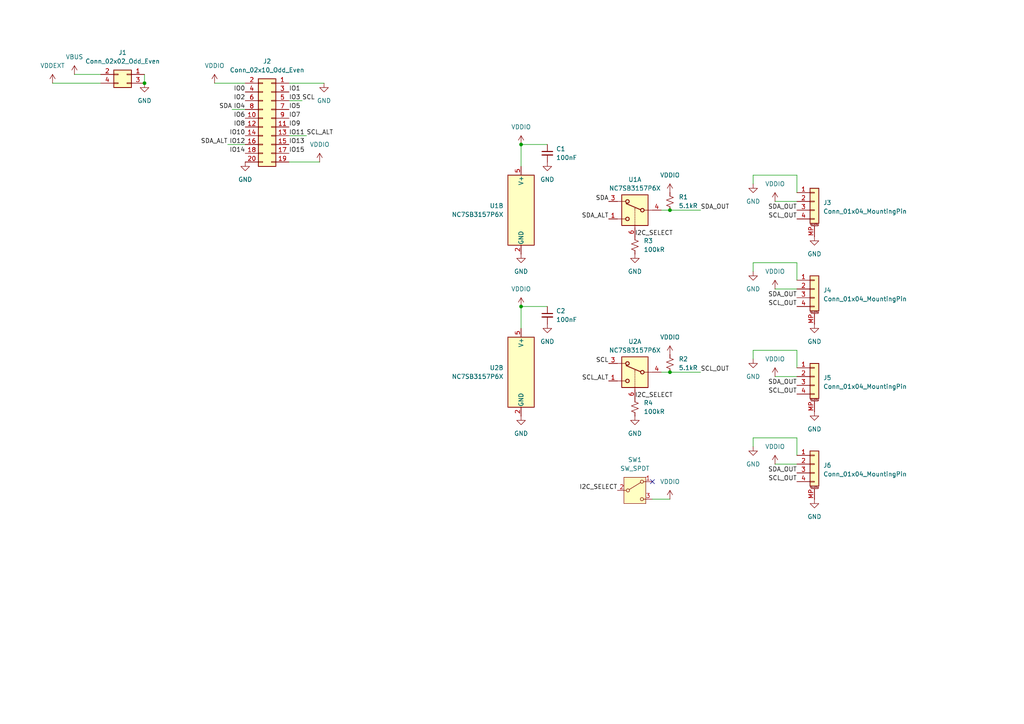
<source format=kicad_sch>
(kicad_sch (version 20241209) (generator "eeschema") (generator_version "8.99")
  (paper "A4")
  (lib_symbols
    (symbol "Analog_Switch:NC7SB3157P6X" (pin_names (offset 0.127))
      (property "Reference" "U" (at -3.175 7.239 0))
      (property "Value" "NC7SB3157P6X" (at -3.175 5.461 0))
      (symbol "NC7SB3157P6X_1_1"
        (polyline (pts (xy -5.08 0) (xy -2.794 0)))
        (rectangle (start -3.81 4.445) (end 3.81 -4.445) (stroke (width 0.254)) (fill (type background)))
        (circle (center -2.159 0) (radius 0.508) (stroke (width 0.254)))
        (polyline (pts (xy -1.651 0.127) (xy 2.54 1.905)) (stroke (width 0.254)))
        (polyline (pts (xy 0 0.254) (xy 0 0.508)))
        (polyline (pts (xy 0 0.254) (xy 0 0.508)))
        (polyline (pts (xy 0 -0.254) (xy 0 0)))
        (polyline (pts (xy 0 -0.762) (xy 0 -0.508)))
        (polyline (pts (xy 0 -1.27) (xy 0 -1.016)))
        (polyline (pts (xy 0 -1.778) (xy 0 -1.524)))
        (polyline (pts (xy 0 -2.286) (xy 0 -2.032)))
        (polyline (pts (xy 0 -2.794) (xy 0 -2.54)))
        (polyline (pts (xy 0 -3.302) (xy 0 -3.048)))
        (polyline (pts (xy 0 -3.81) (xy 0 -3.556)))
        (polyline (pts (xy 0 -4.318) (xy 0 -4.064)))
        (polyline (pts (xy 0 -5.08) (xy 0 -4.572)))
        (circle (center 2.159 2.54) (radius 0.508) (stroke (width 0.254)))
        (circle (center 2.159 -2.54) (radius 0.508) (stroke (width 0.254)))
        (polyline (pts (xy 5.08 2.54) (xy 2.794 2.54)))
        (polyline (pts (xy 5.08 -2.54) (xy 2.794 -2.54)))
        (pin passive line (at -7.62 0 0) (length 2.54) (name "~") (number "4"))
        (pin input line (at 0 -7.62 90) (length 2.54) (name "~") (number "6"))
        (pin passive line (at 7.62 2.54 180) (length 2.54) (name "~") (number "3"))
        (pin passive line (at 7.62 -2.54 180) (length 2.54) (name "~") (number "1"))
      )
      (symbol "NC7SB3157P6X_2_0"
        (pin power_in line (at 0 12.7 270) (length 2.54) (name "V+") (number "5"))
        (pin power_in line (at 0 -12.7 90) (length 2.54) (name "GND") (number "2"))
      )
      (symbol "NC7SB3157P6X_2_1"
        (rectangle (start -3.81 10.16) (end 3.81 -10.16) (stroke (width 0.254)) (fill (type background)))
      )
    )
    (symbol "Connector_Generic:Conn_02x02_Odd_Even" (pin_names (offset 1.016) (hide yes))
      (property "Reference" "J" (at 1.27 2.54 0))
      (property "Value" "Conn_02x02_Odd_Even" (at 1.27 -5.08 0))
      (symbol "Conn_02x02_Odd_Even_1_1"
        (rectangle (start -1.27 1.27) (end 3.81 -3.81) (stroke (width 0.254)) (fill (type background)))
        (rectangle (start -1.27 0.127) (end 0 -0.127) (stroke (width 0.1524)))
        (rectangle (start -1.27 -2.413) (end 0 -2.667) (stroke (width 0.1524)))
        (rectangle (start 3.81 0.127) (end 2.54 -0.127) (stroke (width 0.1524)))
        (rectangle (start 3.81 -2.413) (end 2.54 -2.667) (stroke (width 0.1524)))
        (pin passive line (at -5.08 0 0) (length 3.81) (name "Pin_1") (number "1"))
        (pin passive line (at -5.08 -2.54 0) (length 3.81) (name "Pin_3") (number "3"))
        (pin passive line (at 7.62 0 180) (length 3.81) (name "Pin_2") (number "2"))
        (pin passive line (at 7.62 -2.54 180) (length 3.81) (name "Pin_4") (number "4"))
      )
    )
    (symbol "Connector_Generic:Conn_02x10_Odd_Even" (pin_names (offset 1.016) (hide yes))
      (property "Reference" "J" (at 1.27 12.7 0))
      (property "Value" "Conn_02x10_Odd_Even" (at 1.27 -15.24 0))
      (symbol "Conn_02x10_Odd_Even_1_1"
        (rectangle (start -1.27 11.43) (end 3.81 -13.97) (stroke (width 0.254)) (fill (type background)))
        (rectangle (start -1.27 10.287) (end 0 10.033) (stroke (width 0.1524)))
        (rectangle (start -1.27 7.747) (end 0 7.493) (stroke (width 0.1524)))
        (rectangle (start -1.27 5.207) (end 0 4.953) (stroke (width 0.1524)))
        (rectangle (start -1.27 2.667) (end 0 2.413) (stroke (width 0.1524)))
        (rectangle (start -1.27 0.127) (end 0 -0.127) (stroke (width 0.1524)))
        (rectangle (start -1.27 -2.413) (end 0 -2.667) (stroke (width 0.1524)))
        (rectangle (start -1.27 -4.953) (end 0 -5.207) (stroke (width 0.1524)))
        (rectangle (start -1.27 -7.493) (end 0 -7.747) (stroke (width 0.1524)))
        (rectangle (start -1.27 -10.033) (end 0 -10.287) (stroke (width 0.1524)))
        (rectangle (start -1.27 -12.573) (end 0 -12.827) (stroke (width 0.1524)))
        (rectangle (start 3.81 10.287) (end 2.54 10.033) (stroke (width 0.1524)))
        (rectangle (start 3.81 7.747) (end 2.54 7.493) (stroke (width 0.1524)))
        (rectangle (start 3.81 5.207) (end 2.54 4.953) (stroke (width 0.1524)))
        (rectangle (start 3.81 2.667) (end 2.54 2.413) (stroke (width 0.1524)))
        (rectangle (start 3.81 0.127) (end 2.54 -0.127) (stroke (width 0.1524)))
        (rectangle (start 3.81 -2.413) (end 2.54 -2.667) (stroke (width 0.1524)))
        (rectangle (start 3.81 -4.953) (end 2.54 -5.207) (stroke (width 0.1524)))
        (rectangle (start 3.81 -7.493) (end 2.54 -7.747) (stroke (width 0.1524)))
        (rectangle (start 3.81 -10.033) (end 2.54 -10.287) (stroke (width 0.1524)))
        (rectangle (start 3.81 -12.573) (end 2.54 -12.827) (stroke (width 0.1524)))
        (pin passive line (at -5.08 10.16 0) (length 3.81) (name "Pin_1") (number "1"))
        (pin passive line (at -5.08 7.62 0) (length 3.81) (name "Pin_3") (number "3"))
        (pin passive line (at -5.08 5.08 0) (length 3.81) (name "Pin_5") (number "5"))
        (pin passive line (at -5.08 2.54 0) (length 3.81) (name "Pin_7") (number "7"))
        (pin passive line (at -5.08 0 0) (length 3.81) (name "Pin_9") (number "9"))
        (pin passive line (at -5.08 -2.54 0) (length 3.81) (name "Pin_11") (number "11"))
        (pin passive line (at -5.08 -5.08 0) (length 3.81) (name "Pin_13") (number "13"))
        (pin passive line (at -5.08 -7.62 0) (length 3.81) (name "Pin_15") (number "15"))
        (pin passive line (at -5.08 -10.16 0) (length 3.81) (name "Pin_17") (number "17"))
        (pin passive line (at -5.08 -12.7 0) (length 3.81) (name "Pin_19") (number "19"))
        (pin passive line (at 7.62 10.16 180) (length 3.81) (name "Pin_2") (number "2"))
        (pin passive line (at 7.62 7.62 180) (length 3.81) (name "Pin_4") (number "4"))
        (pin passive line (at 7.62 5.08 180) (length 3.81) (name "Pin_6") (number "6"))
        (pin passive line (at 7.62 2.54 180) (length 3.81) (name "Pin_8") (number "8"))
        (pin passive line (at 7.62 0 180) (length 3.81) (name "Pin_10") (number "10"))
        (pin passive line (at 7.62 -2.54 180) (length 3.81) (name "Pin_12") (number "12"))
        (pin passive line (at 7.62 -5.08 180) (length 3.81) (name "Pin_14") (number "14"))
        (pin passive line (at 7.62 -7.62 180) (length 3.81) (name "Pin_16") (number "16"))
        (pin passive line (at 7.62 -10.16 180) (length 3.81) (name "Pin_18") (number "18"))
        (pin passive line (at 7.62 -12.7 180) (length 3.81) (name "Pin_20") (number "20"))
      )
    )
    (symbol "Connector_Generic_MountingPin:Conn_01x04_MountingPin" (pin_names (offset 1.016) (hide yes))
      (property "Reference" "J" (at 0 5.08 0))
      (property "Value" "Conn_01x04_MountingPin" (at 1.27 -7.62 0))
      (symbol "Conn_01x04_MountingPin_1_1"
        (rectangle (start -1.27 3.81) (end 1.27 -6.35) (stroke (width 0.254)) (fill (type background)))
        (rectangle (start -1.27 2.667) (end 0 2.413) (stroke (width 0.1524)))
        (rectangle (start -1.27 0.127) (end 0 -0.127) (stroke (width 0.1524)))
        (rectangle (start -1.27 -2.413) (end 0 -2.667) (stroke (width 0.1524)))
        (rectangle (start -1.27 -4.953) (end 0 -5.207) (stroke (width 0.1524)))
        (polyline (pts (xy -1.016 -7.112) (xy 1.016 -7.112)) (stroke (width 0.1524)))
        (text "Mounting" (at 0 -6.731 0) (effects (font (size 0.381 0.381))))
        (pin passive line (at -5.08 2.54 0) (length 3.81) (name "Pin_1") (number "1"))
        (pin passive line (at -5.08 0 0) (length 3.81) (name "Pin_2") (number "2"))
        (pin passive line (at -5.08 -2.54 0) (length 3.81) (name "Pin_3") (number "3"))
        (pin passive line (at -5.08 -5.08 0) (length 3.81) (name "Pin_4") (number "4"))
        (pin passive line (at 0 -10.16 90) (length 3.048) (name "MountPin") (number "MP"))
      )
    )
    (symbol "Device:C_Small" (pin_numbers (hide yes)) (pin_names (offset 0.254) (hide yes))
      (property "Reference" "C" (at 0.254 1.778 0))
      (property "Value" "C_Small" (at 0.254 -2.032 0))
      (symbol "C_Small_0_1"
        (polyline (pts (xy -1.524 0.508) (xy 1.524 0.508)) (stroke (width 0.3048)))
        (polyline (pts (xy -1.524 -0.508) (xy 1.524 -0.508)) (stroke (width 0.3302)))
      )
      (symbol "C_Small_1_1"
        (pin passive line (at 0 2.54 270) (length 2.032) (name "~") (number "1"))
        (pin passive line (at 0 -2.54 90) (length 2.032) (name "~") (number "2"))
      )
    )
    (symbol "Device:R_Small_US" (pin_numbers (hide yes)) (pin_names (offset 0.254) (hide yes))
      (property "Reference" "R" (at 0.762 0.508 0))
      (property "Value" "R_Small_US" (at 0.762 -1.016 0))
      (symbol "R_Small_US_1_1"
        (polyline (pts (xy 0 1.524) (xy 1.016 1.143) (xy 0 0.762) (xy -1.016 0.381) (xy 0 0)))
        (polyline (pts (xy 0 0) (xy 1.016 -0.381) (xy 0 -0.762) (xy -1.016 -1.143) (xy 0 -1.524)))
        (pin passive line (at 0 2.54 270) (length 1.016) (name "~") (number "1"))
        (pin passive line (at 0 -2.54 90) (length 1.016) (name "~") (number "2"))
      )
    )
    (symbol "Switch:SW_SPDT" (pin_names (offset 0) (hide yes))
      (property "Reference" "SW" (at 0 5.08 0))
      (property "Value" "SW_SPDT" (at 0 -5.08 0))
      (symbol "SW_SPDT_0_1"
        (circle (center -2.032 0) (radius 0.4572))
        (polyline (pts (xy -1.651 0.254) (xy 1.651 2.286)))
        (circle (center 2.032 2.54) (radius 0.4572))
        (circle (center 2.032 -2.54) (radius 0.4572))
      )
      (symbol "SW_SPDT_1_1"
        (rectangle (start -3.175 3.81) (end 3.175 -3.81) (fill (type background)))
        (pin passive line (at -5.08 0 0) (length 2.54) (name "B") (number "2"))
        (pin passive line (at 5.08 2.54 180) (length 2.54) (name "A") (number "1"))
        (pin passive line (at 5.08 -2.54 180) (length 2.54) (name "C") (number "3"))
      )
    )
    (symbol "power:GND" (power) (pin_numbers (hide yes)) (pin_names (offset 0) (hide yes))
      (property "Value" "GND" (at 0 -3.81 0))
      (symbol "GND_0_1"
        (polyline (pts (xy 0 0) (xy 0 -1.27) (xy 1.27 -1.27) (xy 0 -2.54) (xy -1.27 -1.27) (xy 0 -1.27)))
      )
      (symbol "GND_1_1"
        (pin power_in line (at 0 0 270) (length 0) (name "~") (number "1"))
      )
    )
    (symbol "power:VBUS" (power) (pin_numbers (hide yes)) (pin_names (offset 0) (hide yes))
      (property "Value" "VBUS" (at 0 3.556 0))
      (symbol "VBUS_0_1"
        (polyline (pts (xy -0.762 1.27) (xy 0 2.54)))
        (polyline (pts (xy 0 2.54) (xy 0.762 1.27)))
        (polyline (pts (xy 0 0) (xy 0 2.54)))
      )
      (symbol "VBUS_1_1"
        (pin power_in line (at 0 0 90) (length 0) (name "~") (number "1"))
      )
    )
    (symbol "power:VDD" (power) (pin_numbers (hide yes)) (pin_names (offset 0) (hide yes))
      (property "Value" "VDD" (at 0 3.556 0))
      (symbol "VDD_0_1"
        (polyline (pts (xy -0.762 1.27) (xy 0 2.54)))
        (polyline (pts (xy 0 2.54) (xy 0.762 1.27)))
        (polyline (pts (xy 0 0) (xy 0 2.54)))
      )
      (symbol "VDD_1_1"
        (pin power_in line (at 0 0 90) (length 0) (name "~") (number "1"))
      )
    )
  )
  (junction (at 194.31 60.96))
  (junction (at 151.13 41.91))
  (junction (at 151.13 88.9))
  (junction (at 41.91 24.13))
  (junction (at 194.31 107.95))
  (no_connect (at 189.23 139.7))
  (wire (pts (xy 21.59 21.59) (xy 29.21 21.59)))
  (wire (pts (xy 83.82 39.37) (xy 88.9 39.37)))
  (wire (pts (xy 194.31 107.95) (xy 191.77 107.95)))
  (wire (pts (xy 231.14 76.2) (xy 231.14 81.28)))
  (wire (pts (xy 224.79 109.22) (xy 231.14 109.22)))
  (wire (pts (xy 151.13 41.91) (xy 158.75 41.91)))
  (wire (pts (xy 194.31 60.96) (xy 191.77 60.96)))
  (wire (pts (xy 224.79 83.82) (xy 231.14 83.82)))
  (wire (pts (xy 218.44 76.2) (xy 218.44 78.74)))
  (wire (pts (xy 231.14 127) (xy 231.14 132.08)))
  (wire (pts (xy 83.82 29.21) (xy 87.63 29.21)))
  (wire (pts (xy 218.44 76.2) (xy 231.14 76.2)))
  (wire (pts (xy 151.13 88.9) (xy 158.75 88.9)))
  (wire (pts (xy 224.79 134.62) (xy 231.14 134.62)))
  (wire (pts (xy 83.82 24.13) (xy 93.98 24.13)))
  (wire (pts (xy 194.31 60.96) (xy 203.2 60.96)))
  (wire (pts (xy 189.23 144.78) (xy 194.31 144.78)))
  (wire (pts (xy 83.82 46.99) (xy 92.71 46.99)))
  (wire (pts (xy 151.13 41.91) (xy 151.13 48.26)))
  (wire (pts (xy 218.44 127) (xy 231.14 127)))
  (wire (pts (xy 218.44 101.6) (xy 218.44 104.14)))
  (wire (pts (xy 231.14 50.8) (xy 231.14 55.88)))
  (wire (pts (xy 218.44 127) (xy 218.44 129.54)))
  (wire (pts (xy 218.44 50.8) (xy 218.44 53.34)))
  (wire (pts (xy 194.31 107.95) (xy 203.2 107.95)))
  (wire (pts (xy 231.14 101.6) (xy 231.14 106.68)))
  (wire (pts (xy 67.31 31.75) (xy 71.12 31.75)))
  (wire (pts (xy 218.44 101.6) (xy 231.14 101.6)))
  (wire (pts (xy 151.13 88.9) (xy 151.13 95.25)))
  (wire (pts (xy 41.91 21.59) (xy 41.91 24.13)))
  (wire (pts (xy 62.23 24.13) (xy 71.12 24.13)))
  (wire (pts (xy 224.79 58.42) (xy 231.14 58.42)))
  (wire (pts (xy 66.04 41.91) (xy 71.12 41.91)))
  (wire (pts (xy 15.24 24.13) (xy 29.21 24.13)))
  (wire (pts (xy 218.44 50.8) (xy 231.14 50.8)))
  (label "SDA_OUT" (at 231.14 60.96 180))
  (label "SDA_OUT" (at 231.14 137.16 180))
  (label "SDA_OUT" (at 231.14 86.36 180))
  (label "SCL_OUT" (at 203.2 107.95 0))
  (label "SCL" (at 176.53 105.41 180))
  (label "I2C_SELECT" (at 184.15 68.58 0))
  (label "IO1" (at 83.82 26.67 0))
  (label "IO11" (at 83.82 39.37 0))
  (label "SCL" (at 87.63 29.21 0))
  (label "IO4" (at 71.12 31.75 180))
  (label "IO9" (at 83.82 36.83 0))
  (label "I2C_SELECT" (at 184.15 115.57 0))
  (label "SDA" (at 176.53 58.42 180))
  (label "SCL_OUT" (at 231.14 139.7 180))
  (label "SDA" (at 67.31 31.75 180))
  (label "IO15" (at 83.82 44.45 0))
  (label "SCL_OUT" (at 231.14 114.3 180))
  (label "IO5" (at 83.82 31.75 0))
  (label "IO3" (at 83.82 29.21 0))
  (label "IO7" (at 83.82 34.29 0))
  (label "IO13" (at 83.82 41.91 0))
  (label "SCL_OUT" (at 231.14 63.5 180))
  (label "SDA_ALT" (at 66.04 41.91 180))
  (label "SDA_ALT" (at 176.53 63.5 180))
  (label "IO6" (at 71.12 34.29 180))
  (label "IO14" (at 71.12 44.45 180))
  (label "SDA_OUT" (at 231.14 111.76 180))
  (label "IO2" (at 71.12 29.21 180))
  (label "IO12" (at 71.12 41.91 180))
  (label "SCL_OUT" (at 231.14 88.9 180))
  (label "SCL_ALT" (at 88.9 39.37 0))
  (label "IO10" (at 71.12 39.37 180))
  (label "IO8" (at 71.12 36.83 180))
  (label "IO0" (at 71.12 26.67 180))
  (label "SDA_OUT" (at 203.2 60.96 0))
  (label "I2C_SELECT" (at 179.07 142.24 180))
  (label "SCL_ALT" (at 176.53 110.49 180))
  (symbol (lib_id "power:VDD") (at 224.79 109.22 0) (mirror y) (unit 1)
    (property "Reference" "#PWR018" (effects (hide yes)))
    (property "Value" "VDDIO" (at 224.79 104.14 0))
    (property "Description" "Power symbol creates a global label with name \"VDD\"" (effects (hide yes)))
  )
  (symbol (lib_id "power:GND") (at 218.44 129.54 0) (unit 1)
    (property "Reference" "#PWR017" (effects (hide yes)))
    (property "Value" "GND" (at 218.44 134.62 0))
    (property "Description" "Power symbol creates a global label with name \"GND\" , ground" (effects (hide yes)))
  )
  (symbol (lib_id "power:VDD") (at 224.79 58.42 0) (mirror y) (unit 1)
    (property "Reference" "#PWR011" (effects (hide yes)))
    (property "Value" "VDDIO" (at 224.79 53.34 0))
    (property "Description" "Power symbol creates a global label with name \"VDD\"" (effects (hide yes)))
  )
  (symbol (lib_id "power:GND") (at 236.22 68.58 0) (unit 1)
    (property "Reference" "#PWR012" (effects (hide yes)))
    (property "Value" "GND" (at 236.22 73.66 0))
    (property "Description" "Power symbol creates a global label with name \"GND\" , ground" (effects (hide yes)))
  )
  (symbol (lib_id "power:GND") (at 236.22 93.98 0) (unit 1)
    (property "Reference" "#PWR015" (effects (hide yes)))
    (property "Value" "GND" (at 236.22 99.06 0))
    (property "Description" "Power symbol creates a global label with name \"GND\" , ground" (effects (hide yes)))
  )
  (symbol (lib_id "Connector_Generic_MountingPin:Conn_01x04_MountingPin") (at 236.22 58.42 0) (unit 1)
    (property "Reference" "J3" (at 238.76 58.7755 0) (effects (justify left)))
    (property "Value" "Conn_01x04_MountingPin" (at 238.76 61.3155 0) (effects (justify left)))
    (property "Footprint" "nRF-DK-Connector_JST:JST_SH_SM04B-SRSS-TB_1x04-1MP_P1.00mm_Horizontal" (effects (hide yes)))
    (property "Description" "Generic connectable mounting pin connector, single row, 01x04, script generated (kicad-library-utils/schlib/autogen/connector/)" (effects (hide yes)))
  )
  (symbol (lib_id "power:GND") (at 93.98 24.13 0) (unit 1)
    (property "Reference" "#PWR06" (effects (hide yes)))
    (property "Value" "GND" (at 93.98 29.21 0))
    (property "Description" "Power symbol creates a global label with name \"GND\" , ground" (effects (hide yes)))
  )
  (symbol (lib_id "power:VDD") (at 224.79 83.82 0) (mirror y) (unit 1)
    (property "Reference" "#PWR014" (effects (hide yes)))
    (property "Value" "VDDIO" (at 224.79 78.74 0))
    (property "Description" "Power symbol creates a global label with name \"VDD\"" (effects (hide yes)))
  )
  (symbol (lib_id "power:GND") (at 151.13 120.65 0) (unit 1)
    (property "Reference" "#PWR08" (effects (hide yes)))
    (property "Value" "GND" (at 151.13 125.73 0))
    (property "Description" "Power symbol creates a global label with name \"GND\" , ground" (effects (hide yes)))
  )
  (symbol (lib_id "power:GND") (at 184.15 73.66 0) (unit 1)
    (property "Reference" "#PWR028" (effects (hide yes)))
    (property "Value" "GND" (at 184.15 78.74 0))
    (property "Description" "Power symbol creates a global label with name \"GND\" , ground" (effects (hide yes)))
  )
  (symbol (lib_id "power:GND") (at 41.91 24.13 0) (unit 1)
    (property "Reference" "#PWR03" (effects (hide yes)))
    (property "Value" "GND" (at 41.91 29.21 0))
    (property "Description" "Power symbol creates a global label with name \"GND\" , ground" (effects (hide yes)))
  )
  (symbol (lib_id "Analog_Switch:NC7SB3157P6X") (at 151.13 60.96 0) (mirror y) (unit 2)
    (property "Reference" "U1" (at 146.05 59.6899 0) (effects (justify left)))
    (property "Value" "NC7SB3157P6X" (at 146.05 62.2299 0) (effects (justify left)))
    (property "Footprint" "Package_TO_SOT_SMD:SOT-363_SC-70-6" (effects (hide yes)))
    (property "Datasheet" "https://www.onsemi.com/pub/Collateral/NC7SB3157-D.PDF" (effects (hide yes)))
    (property "Description" "Single SPDT Low-Voltage Analog Switch or 2:1 Multiplexer/De-Multiplexer Bus Switch, 10Ohm Ron, SC-70-6" (effects (hide yes)))
  )
  (symbol (lib_id "Device:C_Small") (at 158.75 91.44 0) (unit 1)
    (property "Reference" "C2" (at 161.29 90.1762 0) (effects (justify left)))
    (property "Value" "100nF" (at 161.29 92.7162 0) (effects (justify left)))
    (property "Footprint" "Capacitor_SMD:C_0402_1005Metric" (effects (hide yes)))
    (property "Description" "Unpolarized capacitor, small symbol" (effects (hide yes)))
  )
  (symbol (lib_id "Device:R_Small_US") (at 184.15 71.12 0) (unit 1)
    (property "Reference" "R3" (at 186.69 69.8499 0) (effects (justify left)))
    (property "Value" "100kR" (at 186.69 72.3899 0) (effects (justify left)))
    (property "Footprint" "Resistor_SMD:R_0402_1005Metric" (effects (hide yes)))
    (property "Description" "Resistor, small US symbol" (effects (hide yes)))
  )
  (symbol (lib_id "Connector_Generic_MountingPin:Conn_01x04_MountingPin") (at 236.22 109.22 0) (unit 1)
    (property "Reference" "J5" (at 238.76 109.5755 0) (effects (justify left)))
    (property "Value" "Conn_01x04_MountingPin" (at 238.76 112.1155 0) (effects (justify left)))
    (property "Footprint" "nRF-DK-Connector_JST:JST_SH_SM04B-SRSS-TB_1x04-1MP_P1.00mm_Horizontal" (effects (hide yes)))
    (property "Description" "Generic connectable mounting pin connector, single row, 01x04, script generated (kicad-library-utils/schlib/autogen/connector/)" (effects (hide yes)))
  )
  (symbol (lib_id "power:GND") (at 236.22 144.78 0) (unit 1)
    (property "Reference" "#PWR021" (effects (hide yes)))
    (property "Value" "GND" (at 236.22 149.86 0))
    (property "Description" "Power symbol creates a global label with name \"GND\" , ground" (effects (hide yes)))
  )
  (symbol (lib_id "Connector_Generic:Conn_02x10_Odd_Even") (at 78.74 34.29 0) (mirror y) (unit 1)
    (property "Reference" "J2" (at 77.47 17.78 0))
    (property "Value" "Conn_02x10_Odd_Even" (at 77.47 20.32 0))
    (property "Footprint" "nRF-DK-Connector_PinSocket_2.54mm:PinSocket_2x10_P2.54mm_Horizontal" (effects (hide yes)))
    (property "Description" "Generic connector, double row, 02x10, odd/even pin numbering scheme (row 1 odd numbers, row 2 even numbers), script generated (kicad-library-utils/schlib/autogen/connector/)" (effects (hide yes)))
  )
  (symbol (lib_id "Connector_Generic:Conn_02x02_Odd_Even") (at 36.83 21.59 0) (mirror y) (unit 1)
    (property "Reference" "J1" (at 35.56 15.24 0))
    (property "Value" "Conn_02x02_Odd_Even" (at 35.56 17.78 0))
    (property "Footprint" "nRF-DK-Connector_PinSocket_2.54mm:PinSocket_2x02_P2.54mm_Horizontal" (effects (hide yes)))
    (property "Description" "Generic connector, double row, 02x02, odd/even pin numbering scheme (row 1 odd numbers, row 2 even numbers), script generated (kicad-library-utils/schlib/autogen/connector/)" (effects (hide yes)))
  )
  (symbol (lib_id "power:VDD") (at 151.13 41.91 0) (unit 1)
    (property "Reference" "#PWR022" (effects (hide yes)))
    (property "Value" "VDDIO" (at 151.13 36.83 0))
    (property "Description" "Power symbol creates a global label with name \"VDD\"" (effects (hide yes)))
  )
  (symbol (lib_id "power:GND") (at 184.15 120.65 0) (unit 1)
    (property "Reference" "#PWR029" (effects (hide yes)))
    (property "Value" "GND" (at 184.15 125.73 0))
    (property "Description" "Power symbol creates a global label with name \"GND\" , ground" (effects (hide yes)))
  )
  (symbol (lib_id "power:VDD") (at 92.71 46.99 0) (mirror y) (unit 1)
    (property "Reference" "#PWR07" (effects (hide yes)))
    (property "Value" "VDDIO" (at 92.71 41.91 0))
    (property "Description" "Power symbol creates a global label with name \"VDD\"" (effects (hide yes)))
  )
  (symbol (lib_id "power:VDD") (at 151.13 88.9 0) (unit 1)
    (property "Reference" "#PWR024" (effects (hide yes)))
    (property "Value" "VDDIO" (at 151.13 83.82 0))
    (property "Description" "Power symbol creates a global label with name \"VDD\"" (effects (hide yes)))
  )
  (symbol (lib_id "Device:C_Small") (at 158.75 44.45 0) (unit 1)
    (property "Reference" "C1" (at 161.29 43.1862 0) (effects (justify left)))
    (property "Value" "100nF" (at 161.29 45.7262 0) (effects (justify left)))
    (property "Footprint" "Capacitor_SMD:C_0402_1005Metric" (effects (hide yes)))
    (property "Description" "Unpolarized capacitor, small symbol" (effects (hide yes)))
  )
  (symbol (lib_id "Device:R_Small_US") (at 194.31 58.42 0) (unit 1)
    (property "Reference" "R1" (at 196.85 57.1499 0) (effects (justify left)))
    (property "Value" "5.1kR" (at 196.85 59.6899 0) (effects (justify left)))
    (property "Footprint" "Resistor_SMD:R_0402_1005Metric" (effects (hide yes)))
    (property "Description" "Resistor, small US symbol" (effects (hide yes)))
  )
  (symbol (lib_id "Analog_Switch:NC7SB3157P6X") (at 184.15 60.96 0) (mirror y) (unit 1)
    (property "Reference" "U1" (at 184.15 52.07 0))
    (property "Value" "NC7SB3157P6X" (at 184.15 54.61 0))
    (property "Footprint" "Package_TO_SOT_SMD:SOT-363_SC-70-6" (effects (hide yes)))
    (property "Datasheet" "https://www.onsemi.com/pub/Collateral/NC7SB3157-D.PDF" (effects (hide yes)))
    (property "Description" "Single SPDT Low-Voltage Analog Switch or 2:1 Multiplexer/De-Multiplexer Bus Switch, 10Ohm Ron, SC-70-6" (effects (hide yes)))
  )
  (symbol (lib_id "power:VDD") (at 194.31 102.87 0) (unit 1)
    (property "Reference" "#PWR027" (effects (hide yes)))
    (property "Value" "VDDIO" (at 194.31 97.79 0))
    (property "Description" "Power symbol creates a global label with name \"VDD\"" (effects (hide yes)))
  )
  (symbol (lib_id "Connector_Generic_MountingPin:Conn_01x04_MountingPin") (at 236.22 83.82 0) (unit 1)
    (property "Reference" "J4" (at 238.76 84.1755 0) (effects (justify left)))
    (property "Value" "Conn_01x04_MountingPin" (at 238.76 86.7155 0) (effects (justify left)))
    (property "Footprint" "nRF-DK-Connector_JST:JST_SH_SM04B-SRSS-TB_1x04-1MP_P1.00mm_Horizontal" (effects (hide yes)))
    (property "Description" "Generic connectable mounting pin connector, single row, 01x04, script generated (kicad-library-utils/schlib/autogen/connector/)" (effects (hide yes)))
  )
  (symbol (lib_id "Device:R_Small_US") (at 194.31 105.41 0) (unit 1)
    (property "Reference" "R2" (at 196.85 104.1399 0) (effects (justify left)))
    (property "Value" "5.1kR" (at 196.85 106.6799 0) (effects (justify left)))
    (property "Footprint" "Resistor_SMD:R_0402_1005Metric" (effects (hide yes)))
    (property "Description" "Resistor, small US symbol" (effects (hide yes)))
  )
  (symbol (lib_id "Analog_Switch:NC7SB3157P6X") (at 184.15 107.95 0) (mirror y) (unit 1)
    (property "Reference" "U2" (at 184.15 99.06 0))
    (property "Value" "NC7SB3157P6X" (at 184.15 101.6 0))
    (property "Footprint" "Package_TO_SOT_SMD:SOT-363_SC-70-6" (effects (hide yes)))
    (property "Datasheet" "https://www.onsemi.com/pub/Collateral/NC7SB3157-D.PDF" (effects (hide yes)))
    (property "Description" "Single SPDT Low-Voltage Analog Switch or 2:1 Multiplexer/De-Multiplexer Bus Switch, 10Ohm Ron, SC-70-6" (effects (hide yes)))
  )
  (symbol (lib_id "power:VDD") (at 15.24 24.13 0) (unit 1)
    (property "Reference" "#PWR02" (effects (hide yes)))
    (property "Value" "VDDEXT" (at 15.24 19.05 0))
    (property "Description" "Power symbol creates a global label with name \"VDD\"" (effects (hide yes)))
  )
  (symbol (lib_id "power:VDD") (at 194.31 55.88 0) (unit 1)
    (property "Reference" "#PWR026" (effects (hide yes)))
    (property "Value" "VDDIO" (at 194.31 50.8 0))
    (property "Description" "Power symbol creates a global label with name \"VDD\"" (effects (hide yes)))
  )
  (symbol (lib_id "power:VDD") (at 224.79 134.62 0) (mirror y) (unit 1)
    (property "Reference" "#PWR019" (effects (hide yes)))
    (property "Value" "VDDIO" (at 224.79 129.54 0))
    (property "Description" "Power symbol creates a global label with name \"VDD\"" (effects (hide yes)))
  )
  (symbol (lib_id "power:GND") (at 236.22 119.38 0) (unit 1)
    (property "Reference" "#PWR020" (effects (hide yes)))
    (property "Value" "GND" (at 236.22 124.46 0))
    (property "Description" "Power symbol creates a global label with name \"GND\" , ground" (effects (hide yes)))
  )
  (symbol (lib_id "power:VDD") (at 62.23 24.13 0) (unit 1)
    (property "Reference" "#PWR04" (effects (hide yes)))
    (property "Value" "VDDIO" (at 62.23 19.05 0))
    (property "Description" "Power symbol creates a global label with name \"VDD\"" (effects (hide yes)))
  )
  (symbol (lib_id "power:GND") (at 158.75 93.98 0) (unit 1)
    (property "Reference" "#PWR025" (effects (hide yes)))
    (property "Value" "GND" (at 158.75 99.06 0))
    (property "Description" "Power symbol creates a global label with name \"GND\" , ground" (effects (hide yes)))
  )
  (symbol (lib_id "power:GND") (at 218.44 78.74 0) (unit 1)
    (property "Reference" "#PWR013" (effects (hide yes)))
    (property "Value" "GND" (at 218.44 83.82 0))
    (property "Description" "Power symbol creates a global label with name \"GND\" , ground" (effects (hide yes)))
  )
  (symbol (lib_id "Switch:SW_SPDT") (at 184.15 142.24 0) (unit 1)
    (property "Reference" "SW1" (at 184.15 133.35 0))
    (property "Value" "SW_SPDT" (at 184.15 135.89 0))
    (property "Footprint" "nRF-DK-Button_Switch_SMD:SW_SPDT_PCM12" (effects (hide yes)))
    (property "Description" "Switch, single pole double throw" (effects (hide yes)))
  )
  (symbol (lib_id "power:GND") (at 151.13 73.66 0) (unit 1)
    (property "Reference" "#PWR09" (effects (hide yes)))
    (property "Value" "GND" (at 151.13 78.74 0))
    (property "Description" "Power symbol creates a global label with name \"GND\" , ground" (effects (hide yes)))
  )
  (symbol (lib_id "power:GND") (at 218.44 53.34 0) (unit 1)
    (property "Reference" "#PWR010" (effects (hide yes)))
    (property "Value" "GND" (at 218.44 58.42 0))
    (property "Description" "Power symbol creates a global label with name \"GND\" , ground" (effects (hide yes)))
  )
  (symbol (lib_id "power:VDD") (at 194.31 144.78 0) (unit 1)
    (property "Reference" "#PWR030" (effects (hide yes)))
    (property "Value" "VDDIO" (at 194.31 139.7 0))
    (property "Description" "Power symbol creates a global label with name \"VDD\"" (effects (hide yes)))
  )
  (symbol (lib_id "Device:R_Small_US") (at 184.15 118.11 0) (unit 1)
    (property "Reference" "R4" (at 186.69 116.8399 0) (effects (justify left)))
    (property "Value" "100kR" (at 186.69 119.3799 0) (effects (justify left)))
    (property "Footprint" "Resistor_SMD:R_0402_1005Metric" (effects (hide yes)))
    (property "Description" "Resistor, small US symbol" (effects (hide yes)))
  )
  (symbol (lib_id "Connector_Generic_MountingPin:Conn_01x04_MountingPin") (at 236.22 134.62 0) (unit 1)
    (property "Reference" "J6" (at 238.76 134.9755 0) (effects (justify left)))
    (property "Value" "Conn_01x04_MountingPin" (at 238.76 137.5155 0) (effects (justify left)))
    (property "Footprint" "nRF-DK-Connector_JST:JST_SH_SM04B-SRSS-TB_1x04-1MP_P1.00mm_Horizontal" (effects (hide yes)))
    (property "Description" "Generic connectable mounting pin connector, single row, 01x04, script generated (kicad-library-utils/schlib/autogen/connector/)" (effects (hide yes)))
  )
  (symbol (lib_id "power:GND") (at 71.12 46.99 0) (unit 1)
    (property "Reference" "#PWR05" (effects (hide yes)))
    (property "Value" "GND" (at 71.12 52.07 0))
    (property "Description" "Power symbol creates a global label with name \"GND\" , ground" (effects (hide yes)))
  )
  (symbol (lib_id "Analog_Switch:NC7SB3157P6X") (at 151.13 107.95 0) (mirror y) (unit 2)
    (property "Reference" "U2" (at 146.05 106.6799 0) (effects (justify left)))
    (property "Value" "NC7SB3157P6X" (at 146.05 109.2199 0) (effects (justify left)))
    (property "Footprint" "Package_TO_SOT_SMD:SOT-363_SC-70-6" (effects (hide yes)))
    (property "Datasheet" "https://www.onsemi.com/pub/Collateral/NC7SB3157-D.PDF" (effects (hide yes)))
    (property "Description" "Single SPDT Low-Voltage Analog Switch or 2:1 Multiplexer/De-Multiplexer Bus Switch, 10Ohm Ron, SC-70-6" (effects (hide yes)))
  )
  (symbol (lib_id "power:GND") (at 218.44 104.14 0) (unit 1)
    (property "Reference" "#PWR016" (effects (hide yes)))
    (property "Value" "GND" (at 218.44 109.22 0))
    (property "Description" "Power symbol creates a global label with name \"GND\" , ground" (effects (hide yes)))
  )
  (symbol (lib_id "power:VBUS") (at 21.59 21.59 0) (unit 1)
    (property "Reference" "#PWR01" (effects (hide yes)))
    (property "Value" "VBUS" (at 21.59 16.51 0))
    (property "Description" "Power symbol creates a global label with name \"VBUS\"" (effects (hide yes)))
  )
  (symbol (lib_id "power:GND") (at 158.75 46.99 0) (unit 1)
    (property "Reference" "#PWR023" (effects (hide yes)))
    (property "Value" "GND" (at 158.75 52.07 0))
    (property "Description" "Power symbol creates a global label with name \"GND\" , ground" (effects (hide yes)))
  )
)
</source>
